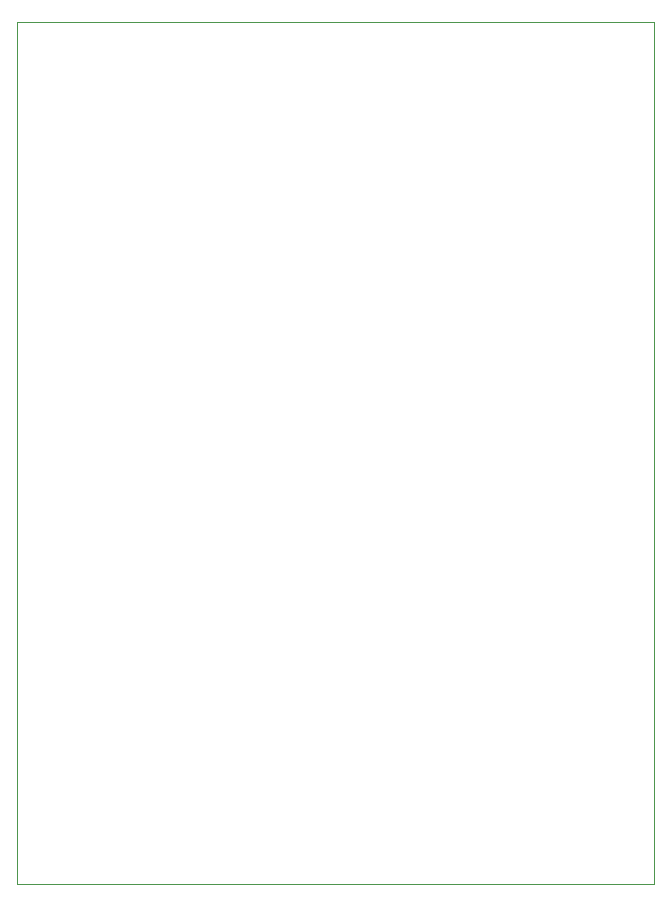
<source format=gbr>
%FSLAX34Y34*%
G04 Gerber Fmt 3.4, Leading zero omitted, Abs format*
G04 (created by PCBNEW (2014-04-07 BZR 4791)-product) date Fri 02 May 2014 10:57:51 AM CEST*
%MOIN*%
G01*
G70*
G90*
G04 APERTURE LIST*
%ADD10C,0.005906*%
%ADD11C,0.003937*%
G04 APERTURE END LIST*
G54D10*
G54D11*
X25984Y-29133D02*
X25984Y-57874D01*
X47244Y-29133D02*
X25984Y-29133D01*
X47244Y-57874D02*
X47244Y-29133D01*
X25984Y-57874D02*
X47244Y-57874D01*
M02*

</source>
